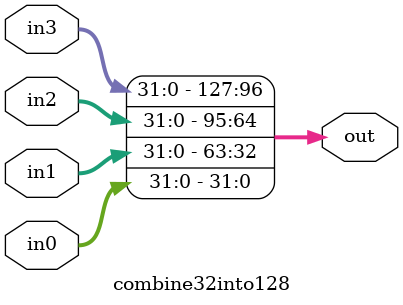
<source format=v>
module combine8into32 (in0, in1, in2, in3, out);
input [7:0] in0, in1, in2, in3;
output [31:0] out;
assign out = {in3, in2, in1, in0};
endmodule


module combine32into128 (in0, in1, in2, in3, out);
input [31:0] in0, in1, in2, in3;
output [127:0] out;
assign out = {in3, in2, in1, in0};
endmodule

</source>
